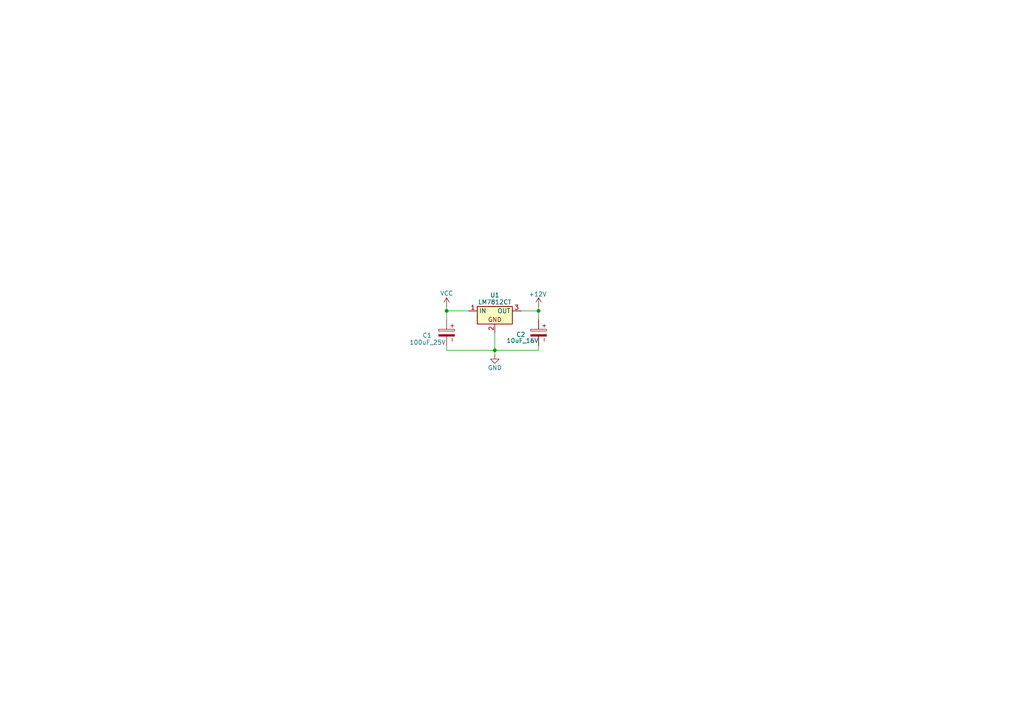
<source format=kicad_sch>
(kicad_sch (version 20250114) (generator "eeschema") (generator_version "9.0")
  (paper "A4")
  (lib_symbols
    (symbol "PCM_SL_Capacitors:100uF_25V"
      (property "Reference" "C" (at 0 7.62 0))
      (property "Value" "100uF_25V" (at 0 5.08 0))
      (symbol "100uF_25V_0_0"
        (text "+" (at -2.032 1.524 0) (effects (font (size 1.27 1.27))))
        (text "-" (at 2.032 1.524 0) (effects (font (size 1.27 1.27))))
      )
      (symbol "100uF_25V_0_1"
        (rectangle (start -1.016 -2.286) (end -0.508 2.286))
        (rectangle (start 0.508 -2.286) (end 1.016 2.286) (fill (type outline)))
      )
      (symbol "100uF_25V_1_1"
        (pin passive line (at -3.81 0 0) (length 2.7) (name "~") (number "1"))
        (pin input line (at 3.81 0 180) (length 2.7) (name "~") (number "2"))
      )
    )
    (symbol "PCM_SL_Capacitors:10uF_16V"
      (property "Reference" "C" (at 0 7.62 0))
      (property "Value" "10uF_16V" (at 0 5.08 0))
      (symbol "10uF_16V_0_0"
        (text "+" (at -2.032 1.524 0) (effects (font (size 1.27 1.27))))
        (text "-" (at 2.032 1.524 0) (effects (font (size 1.27 1.27))))
      )
      (symbol "10uF_16V_0_1"
        (rectangle (start -1.016 -2.286) (end -0.508 2.286))
        (rectangle (start 0.508 -2.286) (end 1.016 2.286) (fill (type outline)))
      )
      (symbol "10uF_16V_1_1"
        (pin passive line (at -3.81 0 0) (length 2.7) (name "~") (number "1"))
        (pin input line (at 3.81 0 180) (length 2.7) (name "~") (number "2"))
      )
    )
    (symbol "PCM_Voltage_Regulator_AKL:LM7812CT"
      (property "Reference" "U" (at 0 6.35 0))
      (property "Value" "LM7812CT" (at 0 3.81 0))
      (symbol "LM7812CT_0_0"
        (rectangle (start -5.08 1.27) (end 5.08 -3.81) (stroke (width 0.254)) (fill (type background)))
        (text "GND" (at 0 -2.54 0) (effects (font (size 1.27 1.27))))
      )
      (symbol "LM7812CT_1_1"
        (pin power_in line (at -7.62 0 0) (length 2.54) (name "IN") (number "1"))
        (pin power_in line (at 0 -6.35 90) (length 2.54) (name "~") (number "2"))
        (pin power_out line (at 7.62 0 180) (length 2.54) (name "OUT") (number "3"))
      )
    )
    (symbol "power:+12V" (power) (pin_numbers (hide yes)) (pin_names (offset 0) (hide yes))
      (property "Value" "+12V" (at 0 3.556 0))
      (symbol "+12V_0_1"
        (polyline (pts (xy -0.762 1.27) (xy 0 2.54)))
        (polyline (pts (xy 0 2.54) (xy 0.762 1.27)))
        (polyline (pts (xy 0 0) (xy 0 2.54)))
      )
      (symbol "+12V_1_1"
        (pin power_in line (at 0 0 90) (length 0) (name "~") (number "1"))
      )
    )
    (symbol "power:GND" (power) (pin_numbers (hide yes)) (pin_names (offset 0) (hide yes))
      (property "Value" "GND" (at 0 -3.81 0))
      (symbol "GND_0_1"
        (polyline (pts (xy 0 0) (xy 0 -1.27) (xy 1.27 -1.27) (xy 0 -2.54) (xy -1.27 -1.27) (xy 0 -1.27)))
      )
      (symbol "GND_1_1"
        (pin power_in line (at 0 0 270) (length 0) (name "~") (number "1"))
      )
    )
    (symbol "power:VCC" (power) (pin_numbers (hide yes)) (pin_names (offset 0) (hide yes))
      (property "Value" "VCC" (at 0 3.556 0))
      (symbol "VCC_0_1"
        (polyline (pts (xy -0.762 1.27) (xy 0 2.54)))
        (polyline (pts (xy 0 2.54) (xy 0.762 1.27)))
        (polyline (pts (xy 0 0) (xy 0 2.54)))
      )
      (symbol "VCC_1_1"
        (pin power_in line (at 0 0 90) (length 0) (name "~") (number "1"))
      )
    )
  )
  (junction (at 129.54 90.17))
  (junction (at 156.21 90.17))
  (junction (at 143.51 101.6))
  (wire (pts (xy 129.54 90.17) (xy 129.54 92.71)))
  (wire (pts (xy 156.21 90.17) (xy 156.21 92.71)))
  (wire (pts (xy 156.21 88.9) (xy 156.21 90.17)))
  (wire (pts (xy 129.54 101.6) (xy 143.51 101.6)))
  (wire (pts (xy 151.13 90.17) (xy 156.21 90.17)))
  (wire (pts (xy 129.54 90.17) (xy 135.89 90.17)))
  (wire (pts (xy 156.21 100.33) (xy 156.21 101.6)))
  (wire (pts (xy 143.51 96.52) (xy 143.51 101.6)))
  (wire (pts (xy 143.51 101.6) (xy 156.21 101.6)))
  (wire (pts (xy 129.54 100.33) (xy 129.54 101.6)))
  (wire (pts (xy 129.54 88.9) (xy 129.54 90.17)))
  (wire (pts (xy 143.51 101.6) (xy 143.51 102.87)))
  (symbol (lib_id "power:+12V") (at 156.21 88.9 0) (unit 1)
    (property "Reference" "#PWR02" (effects (hide yes)))
    (property "Value" "+12V" (at 155.956 85.344 0))
    (property "Description" "Power symbol creates a global label with name \"+12V\"" (effects (hide yes)))
  )
  (symbol (lib_id "power:VCC") (at 129.54 88.9 0) (unit 1)
    (property "Reference" "#PWR04" (effects (hide yes)))
    (property "Value" "VCC" (at 129.54 85.09 0))
    (property "Description" "Power symbol creates a global label with name \"VCC\"" (effects (hide yes)))
  )
  (symbol (lib_id "PCM_Voltage_Regulator_AKL:LM7812CT") (at 143.51 90.17 0) (unit 1)
    (property "Reference" "U1" (at 143.51 85.598 0))
    (property "Value" "LM7812CT" (at 143.51 87.63 0))
    (property "Footprint" "PCM_Package_TO_SOT_THT_AKL:TO-220-3_Vertical" (effects (hide yes)))
    (property "Datasheet" "https://datasheet.octopart.com/LM7805CT-Fairchild-datasheet-5337151.pdf" (effects (hide yes)))
    (property "Description" "TO-220 12V 1A 3-terminal voltage regulator, Alternate KiCad Library" (effects (hide yes)))
  )
  (symbol (lib_id "power:GND") (at 143.51 102.87 0) (unit 1)
    (property "Reference" "#PWR01" (effects (hide yes)))
    (property "Value" "GND" (at 143.51 106.68 0))
    (property "Description" "Power symbol creates a global label with name \"GND\" , ground" (effects (hide yes)))
  )
  (symbol (lib_id "PCM_SL_Capacitors:100uF_25V") (at 129.54 96.52 270) (unit 1)
    (property "Reference" "C1" (at 125.222 97.282 90) (effects (justify right)))
    (property "Value" "100uF_25V" (at 129.286 99.314 90) (effects (justify right)))
    (property "Footprint" "Capacitor_THT:CP_Radial_D6.3mm_P2.50mm" (effects (hide yes)))
    (property "Description" "100uF, 25V Electrolytic Capacitor" (effects (hide yes)))
  )
  (symbol (lib_id "PCM_SL_Capacitors:10uF_16V") (at 156.21 96.52 270) (unit 1)
    (property "Reference" "C2" (at 152.4 97.028 90) (effects (justify right)))
    (property "Value" "10uF_16V" (at 156.21 98.806 90) (effects (justify right)))
    (property "Footprint" "Capacitor_THT:CP_Radial_D5.0mm_P2.00mm" (effects (hide yes)))
    (property "Description" "10uF, 16V Electrolytic Capacitor" (effects (hide yes)))
  )
)
</source>
